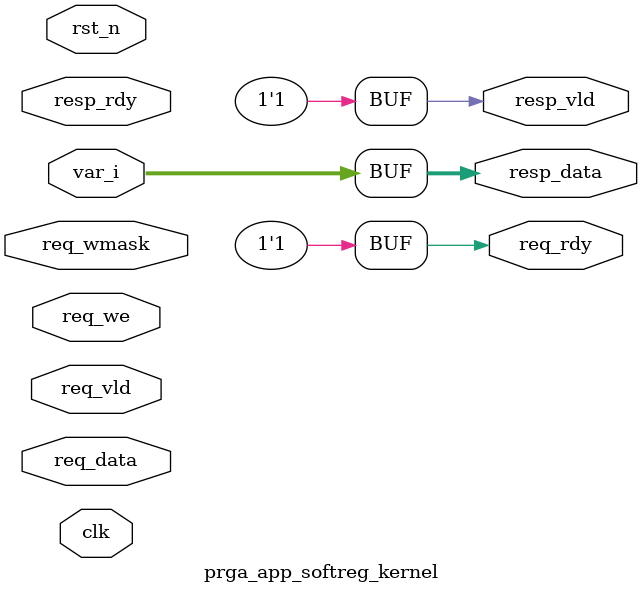
<source format=v>
module prga_app_softreg_kernel #(
    parameter   DATA_WIDTH  = 32
    , parameter RSTVAL      = 32'b0
    , parameter DO_BUFFER   = 0
) (
    input wire                          clk
    , input wire                        rst_n

    // -- system-side --------------------------------------------------------
    // -- request --
    , output wire                       req_rdy
    , input wire                        req_vld
    , input wire                        req_we
    , input wire [DATA_WIDTH - 1:0]     req_wmask
    , input wire [DATA_WIDTH - 1:0]     req_data

    // -- response --
    , input wire                        resp_rdy
    , output wire                       resp_vld
    , output wire [DATA_WIDTH - 1:0]    resp_data

    // -- kernel-side --------------------------------------------------------
    , input wire [DATA_WIDTH - 1:0]     var_i
    );

    generate if (DO_BUFFER) begin
        reg [DATA_WIDTH - 1:0] var_if;

        always @(posedge clk) begin
            var_if <= var_i;
        end

        assign resp_data = var_if;

    end else begin
        assign resp_data = var_i;

    end endgenerate

    assign req_rdy = 1'b1;  // always ready
    assign resp_vld = 1'b1; // always valid

endmodule

</source>
